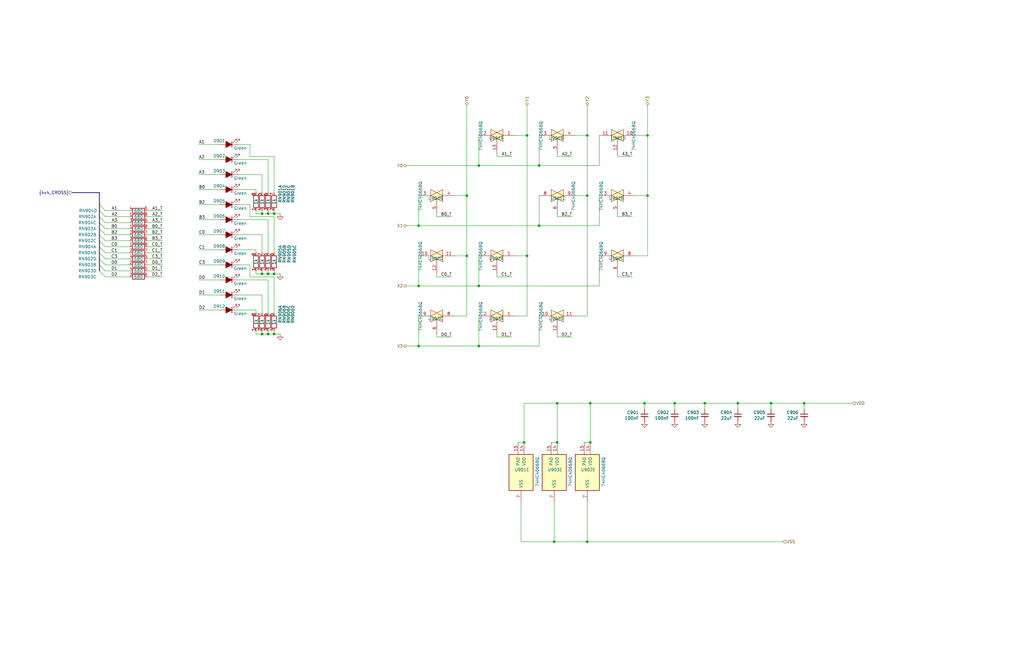
<source format=kicad_sch>
(kicad_sch (version 20250114) (generator "eeschema") (generator_version "9.0")
  (paper "B")
  (lib_symbols
    (symbol "Device:C_Small" (pin_numbers (hide yes)) (pin_names (offset 0.254) (hide yes))
      (property "Reference" "C" (at 0.254 1.778 0))
      (property "Value" "C_Small" (at 0.254 -2.032 0))
      (symbol "C_Small_0_1"
        (polyline (pts (xy -1.524 0.508) (xy 1.524 0.508)) (stroke (width 0.3048)))
        (polyline (pts (xy -1.524 -0.508) (xy 1.524 -0.508)) (stroke (width 0.3302)))
      )
      (symbol "C_Small_1_1"
        (pin passive line (at 0 2.54 270) (length 2.032) (name "~") (number "1"))
        (pin passive line (at 0 -2.54 90) (length 2.032) (name "~") (number "2"))
      )
    )
    (symbol "Device:LED_Filled" (pin_numbers (hide yes)) (pin_names (offset 1.016) (hide yes))
      (property "Reference" "D" (at 0 2.54 0))
      (property "Value" "LED_Filled" (at 0 -2.54 0))
      (symbol "LED_Filled_0_1"
        (polyline (pts (xy -3.048 -0.762) (xy -4.572 -2.286) (xy -3.81 -2.286) (xy -4.572 -2.286) (xy -4.572 -1.524)))
        (polyline (pts (xy -1.778 -0.762) (xy -3.302 -2.286) (xy -2.54 -2.286) (xy -3.302 -2.286) (xy -3.302 -1.524)))
        (polyline (pts (xy -1.27 0) (xy 1.27 0)))
        (polyline (pts (xy -1.27 -1.27) (xy -1.27 1.27)) (stroke (width 0.254)))
        (polyline (pts (xy 1.27 -1.27) (xy 1.27 1.27) (xy -1.27 0) (xy 1.27 -1.27)) (stroke (width 0.254)) (fill (type outline)))
      )
      (symbol "LED_Filled_1_1"
        (pin passive line (at -3.81 0 0) (length 2.54) (name "K") (number "1"))
        (pin passive line (at 3.81 0 180) (length 2.54) (name "A") (number "2"))
      )
    )
    (symbol "Libraries:74HC4066BQ" (pin_names (offset 1.016))
      (property "Reference" "U102" (at -2.794 1.1543 0))
      (property "Value" "74HC4066BQ" (at 6.858 -6.096 90))
      (symbol "74HC4066BQ_1_0"
        (polyline (pts (xy -2.54 2.54) (xy 2.54 0) (xy -2.54 -2.54) (xy -2.54 2.54)) (fill (type background)))
        (polyline (pts (xy -2.54 0) (xy 2.54 2.54) (xy 2.54 -2.54) (xy -2.54 0)) (fill (type background)))
        (polyline (pts (xy 0 1.27) (xy 0 2.54)) (stroke (width 0.1524)))
        (pin passive line (at -7.62 0 0) (length 5.08) (name "~") (number "1"))
        (pin input line (at 0 7.62 270) (length 5.08) (name "~") (number "13"))
        (pin passive line (at 7.62 0 180) (length 5.08) (name "~") (number "2"))
      )
      (symbol "74HC4066BQ_2_0"
        (polyline (pts (xy -2.54 2.54) (xy 2.54 0) (xy -2.54 -2.54) (xy -2.54 2.54)) (fill (type background)))
        (polyline (pts (xy -2.54 0) (xy 2.54 2.54) (xy 2.54 -2.54) (xy -2.54 0)) (fill (type background)))
        (polyline (pts (xy 0 1.27) (xy 0 2.54)) (stroke (width 0.1524)))
        (pin passive line (at -7.62 0 0) (length 5.08) (name "~") (number "4"))
        (pin input line (at 0 7.62 270) (length 5.08) (name "~") (number "5"))
        (pin passive line (at 7.62 0 180) (length 5.08) (name "~") (number "3"))
      )
      (symbol "74HC4066BQ_3_0"
        (polyline (pts (xy -2.54 2.54) (xy 2.54 0) (xy -2.54 -2.54) (xy -2.54 2.54)) (fill (type background)))
        (polyline (pts (xy -2.54 0) (xy 2.54 2.54) (xy 2.54 -2.54) (xy -2.54 0)) (fill (type background)))
        (polyline (pts (xy 0 1.27) (xy 0 2.54)) (stroke (width 0.1524)))
        (pin passive line (at -7.62 0 0) (length 5.08) (name "~") (number "8"))
        (pin input line (at 0 7.62 270) (length 5.08) (name "~") (number "6"))
        (pin passive line (at 7.62 0 180) (length 5.08) (name "~") (number "9"))
      )
      (symbol "74HC4066BQ_4_0"
        (polyline (pts (xy -2.54 2.54) (xy 2.54 0) (xy -2.54 -2.54) (xy -2.54 2.54)) (fill (type background)))
        (polyline (pts (xy -2.54 0) (xy 2.54 2.54) (xy 2.54 -2.54) (xy -2.54 0)) (fill (type background)))
        (polyline (pts (xy 0 1.27) (xy 0 2.54)) (stroke (width 0.1524)))
        (pin passive line (at -7.62 0 0) (length 5.08) (name "~") (number "11"))
        (pin input line (at 0 7.62 270) (length 5.08) (name "~") (number "12"))
        (pin passive line (at 7.62 0 180) (length 5.08) (name "~") (number "10"))
      )
      (symbol "74HC4066BQ_5_0"
        (pin power_in line (at -1.27 12.7 270) (length 5.08) (name "PAD") (number "15"))
        (pin power_in line (at 0 -12.7 90) (length 5.08) (name "VSS") (number "7"))
        (pin power_in line (at 1.27 12.7 270) (length 5.08) (name "VDD") (number "14"))
      )
      (symbol "74HC4066BQ_5_1"
        (rectangle (start -5.08 7.62) (end 5.08 -7.62) (stroke (width 0.254)) (fill (type background)))
      )
    )
    (symbol "Libraries:R_Network04_Split" (pin_names (offset 0) (hide yes))
      (property "Reference" "RN" (at 2.032 0 90))
      (property "Value" "47k" (at 0 0 90))
      (symbol "R_Network04_Split_0_1"
        (rectangle (start 1.016 2.54) (end -1.016 -2.54) (stroke (width 0.254)))
      )
      (symbol "R_Network04_Split_1_1"
        (pin passive line (at 0 3.81 270) (length 1.27) (name "8") (number "8"))
        (pin passive line (at 0 -3.81 90) (length 1.27) (name "4") (number "1"))
      )
      (symbol "R_Network04_Split_2_1"
        (pin passive line (at 0 3.81 270) (length 1.27) (name "5") (number "7"))
        (pin passive line (at 0 -3.81 90) (length 1.27) (name "2") (number "2"))
      )
      (symbol "R_Network04_Split_3_1"
        (pin passive line (at 0 3.81 270) (length 1.27) (name "6") (number "6"))
        (pin passive line (at 0 -3.81 90) (length 1.27) (name "3") (number "3"))
      )
      (symbol "R_Network04_Split_4_1"
        (pin passive line (at 0 3.81 270) (length 1.27) (name "5") (number "5"))
        (pin passive line (at 0 -3.81 90) (length 1.27) (name "4") (number "4"))
      )
    )
    (symbol "power:GND" (power) (pin_numbers (hide yes)) (pin_names (offset 0) (hide yes))
      (property "Value" "GND" (at 0 -3.81 0))
      (symbol "GND_0_1"
        (polyline (pts (xy 0 0) (xy 0 -1.27) (xy 1.27 -1.27) (xy 0 -2.54) (xy -1.27 -1.27) (xy 0 -1.27)))
      )
      (symbol "GND_1_1"
        (pin power_in line (at 0 0 270) (length 0) (name "~") (number "1"))
      )
    )
  )
  (bus_alias "4x4_CROSS" (members "A1" "A2" "A3" "B0" "B2" "B3" "C0" "C1" "C3" "D0" "D1" "D2"))
  (junction (at 248.92 186.69))
  (junction (at 110.49 90.17))
  (junction (at 115.57 140.97))
  (junction (at 233.68 228.6))
  (junction (at 234.95 186.69))
  (junction (at 247.65 228.6))
  (junction (at 339.09 170.18))
  (junction (at 325.12 170.18))
  (junction (at 201.93 146.05))
  (junction (at 247.65 57.15))
  (junction (at 201.93 69.85))
  (junction (at 196.85 107.95))
  (junction (at 110.49 140.97))
  (junction (at 297.18 170.18))
  (junction (at 234.95 170.18))
  (junction (at 115.57 115.57))
  (junction (at 248.92 170.18))
  (junction (at 201.93 120.65))
  (junction (at 222.25 107.95))
  (junction (at 222.25 57.15))
  (junction (at 176.53 120.65))
  (junction (at 271.78 170.18))
  (junction (at 227.33 95.25))
  (junction (at 113.03 140.97))
  (junction (at 115.57 90.17))
  (junction (at 227.33 69.85))
  (junction (at 176.53 146.05))
  (junction (at 110.49 115.57))
  (junction (at 113.03 90.17))
  (junction (at 113.03 115.57))
  (junction (at 176.53 95.25))
  (junction (at 273.05 57.15))
  (junction (at 220.98 186.69))
  (junction (at 247.65 82.55))
  (junction (at 196.85 82.55))
  (junction (at 284.48 170.18))
  (junction (at 273.05 82.55))
  (junction (at 311.15 170.18))
  (bus_entry (at 41.91 101.6) (size 2.54 2.54))
  (bus_entry (at 41.91 114.3) (size 2.54 2.54))
  (bus_entry (at 41.91 111.76) (size 2.54 2.54))
  (bus_entry (at 41.91 96.52) (size 2.54 2.54))
  (bus_entry (at 41.91 91.44) (size 2.54 2.54))
  (bus_entry (at 41.91 88.9) (size 2.54 2.54))
  (bus_entry (at 41.91 86.36) (size 2.54 2.54))
  (bus_entry (at 41.91 99.06) (size 2.54 2.54))
  (bus_entry (at 41.91 93.98) (size 2.54 2.54))
  (bus_entry (at 41.91 106.68) (size 2.54 2.54))
  (bus_entry (at 41.91 104.14) (size 2.54 2.54))
  (bus_entry (at 41.91 109.22) (size 2.54 2.54))
  (wire (pts (xy 107.95 80.01) (xy 100.33 80.01)))
  (wire (pts (xy 233.68 228.6) (xy 219.71 228.6)))
  (wire (pts (xy 234.95 91.44) (xy 241.3 91.44)))
  (wire (pts (xy 62.23 88.9) (xy 68.58 88.9)))
  (wire (pts (xy 54.61 114.3) (xy 44.45 114.3)))
  (wire (pts (xy 107.95 130.81) (xy 100.33 130.81)))
  (wire (pts (xy 218.44 186.69) (xy 220.98 186.69)))
  (wire (pts (xy 311.15 170.18) (xy 325.12 170.18)))
  (wire (pts (xy 115.57 90.17) (xy 113.03 90.17)))
  (bus (pts (xy 41.91 81.28) (xy 30.48 81.28)))
  (wire (pts (xy 227.33 133.35) (xy 227.33 146.05)))
  (wire (pts (xy 83.82 60.96) (xy 92.71 60.96)))
  (wire (pts (xy 54.61 104.14) (xy 44.45 104.14)))
  (wire (pts (xy 247.65 57.15) (xy 247.65 82.55)))
  (wire (pts (xy 234.95 91.44) (xy 234.95 90.17)))
  (wire (pts (xy 191.77 107.95) (xy 196.85 107.95)))
  (wire (pts (xy 62.23 114.3) (xy 68.58 114.3)))
  (wire (pts (xy 191.77 82.55) (xy 196.85 82.55)))
  (wire (pts (xy 54.61 93.98) (xy 44.45 93.98)))
  (wire (pts (xy 54.61 111.76) (xy 44.45 111.76)))
  (wire (pts (xy 273.05 82.55) (xy 273.05 107.95)))
  (wire (pts (xy 220.98 170.18) (xy 234.95 170.18)))
  (wire (pts (xy 62.23 93.98) (xy 68.58 93.98)))
  (wire (pts (xy 201.93 107.95) (xy 201.93 120.65)))
  (wire (pts (xy 107.95 140.97) (xy 107.95 139.7)))
  (wire (pts (xy 176.53 120.65) (xy 201.93 120.65)))
  (wire (pts (xy 115.57 88.9) (xy 115.57 90.17)))
  (wire (pts (xy 83.82 111.76) (xy 92.71 111.76)))
  (wire (pts (xy 273.05 57.15) (xy 273.05 82.55)))
  (wire (pts (xy 233.68 228.6) (xy 247.65 228.6)))
  (wire (pts (xy 113.03 90.17) (xy 110.49 90.17)))
  (wire (pts (xy 196.85 44.45) (xy 196.85 82.55)))
  (bus (pts (xy 41.91 93.98) (xy 41.91 96.52)))
  (wire (pts (xy 171.45 69.85) (xy 201.93 69.85)))
  (wire (pts (xy 113.03 139.7) (xy 113.03 140.97)))
  (wire (pts (xy 113.03 114.3) (xy 113.03 115.57)))
  (wire (pts (xy 176.53 95.25) (xy 227.33 95.25)))
  (wire (pts (xy 107.95 105.41) (xy 100.33 105.41)))
  (wire (pts (xy 242.57 133.35) (xy 247.65 133.35)))
  (wire (pts (xy 113.03 106.68) (xy 113.03 92.71)))
  (wire (pts (xy 113.03 115.57) (xy 110.49 115.57)))
  (wire (pts (xy 209.55 116.84) (xy 209.55 115.57)))
  (wire (pts (xy 201.93 69.85) (xy 227.33 69.85)))
  (wire (pts (xy 184.15 142.24) (xy 190.5 142.24)))
  (wire (pts (xy 284.48 170.18) (xy 297.18 170.18)))
  (wire (pts (xy 227.33 95.25) (xy 252.73 95.25)))
  (wire (pts (xy 260.35 91.44) (xy 266.7 91.44)))
  (wire (pts (xy 232.41 186.69) (xy 234.95 186.69)))
  (wire (pts (xy 227.33 82.55) (xy 227.33 95.25)))
  (bus (pts (xy 41.91 86.36) (xy 41.91 88.9)))
  (wire (pts (xy 267.97 82.55) (xy 273.05 82.55)))
  (wire (pts (xy 62.23 91.44) (xy 68.58 91.44)))
  (wire (pts (xy 297.18 170.18) (xy 297.18 172.72)))
  (wire (pts (xy 115.57 81.28) (xy 115.57 66.04)))
  (wire (pts (xy 234.95 66.04) (xy 241.3 66.04)))
  (wire (pts (xy 217.17 133.35) (xy 222.25 133.35)))
  (wire (pts (xy 209.55 142.24) (xy 209.55 140.97)))
  (wire (pts (xy 201.93 120.65) (xy 252.73 120.65)))
  (wire (pts (xy 110.49 115.57) (xy 107.95 115.57)))
  (wire (pts (xy 325.12 170.18) (xy 325.12 172.72)))
  (wire (pts (xy 284.48 172.72) (xy 284.48 170.18)))
  (wire (pts (xy 115.57 140.97) (xy 113.03 140.97)))
  (wire (pts (xy 115.57 116.84) (xy 105.41 116.84)))
  (wire (pts (xy 209.55 116.84) (xy 215.9 116.84)))
  (wire (pts (xy 115.57 66.04) (xy 105.41 66.04)))
  (wire (pts (xy 325.12 170.18) (xy 339.09 170.18)))
  (wire (pts (xy 83.82 124.46) (xy 92.71 124.46)))
  (wire (pts (xy 260.35 66.04) (xy 266.7 66.04)))
  (wire (pts (xy 115.57 115.57) (xy 113.03 115.57)))
  (wire (pts (xy 118.11 140.97) (xy 115.57 140.97)))
  (wire (pts (xy 260.35 116.84) (xy 266.7 116.84)))
  (wire (pts (xy 113.03 81.28) (xy 113.03 67.31)))
  (wire (pts (xy 176.53 146.05) (xy 201.93 146.05)))
  (wire (pts (xy 110.49 81.28) (xy 110.49 73.66)))
  (wire (pts (xy 191.77 133.35) (xy 196.85 133.35)))
  (wire (pts (xy 234.95 66.04) (xy 234.95 64.77)))
  (wire (pts (xy 201.93 133.35) (xy 201.93 146.05)))
  (wire (pts (xy 171.45 120.65) (xy 176.53 120.65)))
  (wire (pts (xy 107.95 132.08) (xy 107.95 130.81)))
  (wire (pts (xy 267.97 107.95) (xy 273.05 107.95)))
  (wire (pts (xy 54.61 88.9) (xy 44.45 88.9)))
  (wire (pts (xy 83.82 80.01) (xy 92.71 80.01)))
  (wire (pts (xy 62.23 104.14) (xy 68.58 104.14)))
  (wire (pts (xy 227.33 69.85) (xy 252.73 69.85)))
  (wire (pts (xy 113.03 88.9) (xy 113.03 90.17)))
  (wire (pts (xy 252.73 57.15) (xy 252.73 69.85)))
  (wire (pts (xy 217.17 107.95) (xy 222.25 107.95)))
  (wire (pts (xy 83.82 118.11) (xy 92.71 118.11)))
  (wire (pts (xy 201.93 57.15) (xy 201.93 69.85)))
  (bus (pts (xy 41.91 106.68) (xy 41.91 109.22)))
  (wire (pts (xy 83.82 73.66) (xy 92.71 73.66)))
  (wire (pts (xy 105.41 66.04) (xy 105.41 60.96)))
  (wire (pts (xy 246.38 186.69) (xy 248.92 186.69)))
  (wire (pts (xy 184.15 116.84) (xy 190.5 116.84)))
  (wire (pts (xy 252.73 107.95) (xy 252.73 120.65)))
  (wire (pts (xy 260.35 66.04) (xy 260.35 64.77)))
  (wire (pts (xy 260.35 116.84) (xy 260.35 115.57)))
  (wire (pts (xy 227.33 57.15) (xy 227.33 69.85)))
  (wire (pts (xy 83.82 92.71) (xy 92.71 92.71)))
  (wire (pts (xy 110.49 114.3) (xy 110.49 115.57)))
  (wire (pts (xy 115.57 114.3) (xy 115.57 115.57)))
  (wire (pts (xy 110.49 132.08) (xy 110.49 124.46)))
  (wire (pts (xy 273.05 44.45) (xy 273.05 57.15)))
  (wire (pts (xy 271.78 170.18) (xy 271.78 172.72)))
  (wire (pts (xy 209.55 66.04) (xy 209.55 64.77)))
  (wire (pts (xy 62.23 96.52) (xy 68.58 96.52)))
  (bus (pts (xy 41.91 91.44) (xy 41.91 93.98)))
  (wire (pts (xy 234.95 170.18) (xy 234.95 186.69)))
  (wire (pts (xy 113.03 92.71) (xy 100.33 92.71)))
  (wire (pts (xy 184.15 116.84) (xy 184.15 115.57)))
  (wire (pts (xy 176.53 133.35) (xy 176.53 146.05)))
  (wire (pts (xy 54.61 101.6) (xy 44.45 101.6)))
  (wire (pts (xy 209.55 66.04) (xy 215.9 66.04)))
  (wire (pts (xy 110.49 73.66) (xy 100.33 73.66)))
  (wire (pts (xy 184.15 142.24) (xy 184.15 140.97)))
  (bus (pts (xy 41.91 86.36) (xy 41.91 81.28)))
  (wire (pts (xy 54.61 91.44) (xy 44.45 91.44)))
  (wire (pts (xy 339.09 170.18) (xy 359.41 170.18)))
  (wire (pts (xy 271.78 170.18) (xy 284.48 170.18)))
  (wire (pts (xy 44.45 106.68) (xy 54.61 106.68)))
  (wire (pts (xy 201.93 146.05) (xy 227.33 146.05)))
  (wire (pts (xy 222.25 44.45) (xy 222.25 57.15)))
  (wire (pts (xy 113.03 118.11) (xy 100.33 118.11)))
  (wire (pts (xy 184.15 91.44) (xy 190.5 91.44)))
  (wire (pts (xy 105.41 91.44) (xy 105.41 86.36)))
  (wire (pts (xy 196.85 82.55) (xy 196.85 107.95)))
  (wire (pts (xy 107.95 106.68) (xy 107.95 105.41)))
  (wire (pts (xy 222.25 107.95) (xy 222.25 133.35)))
  (wire (pts (xy 171.45 146.05) (xy 176.53 146.05)))
  (bus (pts (xy 41.91 111.76) (xy 41.91 114.3)))
  (bus (pts (xy 41.91 88.9) (xy 41.91 91.44)))
  (wire (pts (xy 62.23 116.84) (xy 68.58 116.84)))
  (wire (pts (xy 54.61 116.84) (xy 44.45 116.84)))
  (wire (pts (xy 248.92 170.18) (xy 248.92 186.69)))
  (bus (pts (xy 41.91 99.06) (xy 41.91 101.6)))
  (wire (pts (xy 184.15 91.44) (xy 184.15 90.17)))
  (wire (pts (xy 107.95 115.57) (xy 107.95 114.3)))
  (wire (pts (xy 267.97 57.15) (xy 273.05 57.15)))
  (wire (pts (xy 234.95 142.24) (xy 234.95 140.97)))
  (wire (pts (xy 62.23 106.68) (xy 68.58 106.68)))
  (wire (pts (xy 176.53 107.95) (xy 176.53 120.65)))
  (bus (pts (xy 41.91 104.14) (xy 41.91 106.68)))
  (wire (pts (xy 110.49 88.9) (xy 110.49 90.17)))
  (wire (pts (xy 247.65 44.45) (xy 247.65 57.15)))
  (wire (pts (xy 105.41 60.96) (xy 100.33 60.96)))
  (wire (pts (xy 115.57 106.68) (xy 115.57 91.44)))
  (wire (pts (xy 105.41 86.36) (xy 100.33 86.36)))
  (wire (pts (xy 196.85 107.95) (xy 196.85 133.35)))
  (wire (pts (xy 110.49 139.7) (xy 110.49 140.97)))
  (wire (pts (xy 113.03 140.97) (xy 110.49 140.97)))
  (wire (pts (xy 83.82 105.41) (xy 92.71 105.41)))
  (wire (pts (xy 83.82 86.36) (xy 92.71 86.36)))
  (wire (pts (xy 83.82 67.31) (xy 92.71 67.31)))
  (wire (pts (xy 233.68 228.6) (xy 233.68 212.09)))
  (wire (pts (xy 297.18 170.18) (xy 311.15 170.18)))
  (wire (pts (xy 115.57 139.7) (xy 115.57 140.97)))
  (wire (pts (xy 105.41 116.84) (xy 105.41 111.76)))
  (wire (pts (xy 234.95 170.18) (xy 248.92 170.18)))
  (wire (pts (xy 217.17 57.15) (xy 222.25 57.15)))
  (wire (pts (xy 339.09 170.18) (xy 339.09 172.72)))
  (wire (pts (xy 247.65 228.6) (xy 330.2 228.6)))
  (wire (pts (xy 54.61 99.06) (xy 44.45 99.06)))
  (wire (pts (xy 252.73 82.55) (xy 252.73 95.25)))
  (wire (pts (xy 62.23 99.06) (xy 68.58 99.06)))
  (wire (pts (xy 247.65 82.55) (xy 247.65 133.35)))
  (wire (pts (xy 54.61 96.52) (xy 44.45 96.52)))
  (wire (pts (xy 83.82 99.06) (xy 92.71 99.06)))
  (wire (pts (xy 118.11 90.17) (xy 115.57 90.17)))
  (wire (pts (xy 62.23 101.6) (xy 68.58 101.6)))
  (wire (pts (xy 105.41 111.76) (xy 100.33 111.76)))
  (wire (pts (xy 113.03 132.08) (xy 113.03 118.11)))
  (wire (pts (xy 220.98 170.18) (xy 220.98 186.69)))
  (wire (pts (xy 107.95 90.17) (xy 107.95 88.9)))
  (wire (pts (xy 62.23 109.22) (xy 68.58 109.22)))
  (wire (pts (xy 248.92 170.18) (xy 271.78 170.18)))
  (wire (pts (xy 118.11 115.57) (xy 115.57 115.57)))
  (wire (pts (xy 110.49 99.06) (xy 100.33 99.06)))
  (wire (pts (xy 219.71 228.6) (xy 219.71 212.09)))
  (bus (pts (xy 41.91 96.52) (xy 41.91 99.06)))
  (wire (pts (xy 62.23 111.76) (xy 68.58 111.76)))
  (wire (pts (xy 110.49 140.97) (xy 107.95 140.97)))
  (wire (pts (xy 110.49 90.17) (xy 107.95 90.17)))
  (wire (pts (xy 242.57 57.15) (xy 247.65 57.15)))
  (wire (pts (xy 54.61 109.22) (xy 44.45 109.22)))
  (wire (pts (xy 115.57 91.44) (xy 105.41 91.44)))
  (bus (pts (xy 41.91 101.6) (xy 41.91 104.14)))
  (wire (pts (xy 222.25 57.15) (xy 222.25 107.95)))
  (wire (pts (xy 107.95 81.28) (xy 107.95 80.01)))
  (wire (pts (xy 260.35 91.44) (xy 260.35 90.17)))
  (wire (pts (xy 209.55 142.24) (xy 215.9 142.24)))
  (wire (pts (xy 115.57 132.08) (xy 115.57 116.84)))
  (wire (pts (xy 247.65 228.6) (xy 247.65 212.09)))
  (wire (pts (xy 311.15 170.18) (xy 311.15 172.72)))
  (wire (pts (xy 171.45 95.25) (xy 176.53 95.25)))
  (wire (pts (xy 113.03 67.31) (xy 100.33 67.31)))
  (wire (pts (xy 110.49 124.46) (xy 100.33 124.46)))
  (wire (pts (xy 234.95 142.24) (xy 241.3 142.24)))
  (wire (pts (xy 110.49 106.68) (xy 110.49 99.06)))
  (wire (pts (xy 242.57 82.55) (xy 247.65 82.55)))
  (wire (pts (xy 83.82 130.81) (xy 92.71 130.81)))
  (wire (pts (xy 176.53 82.55) (xy 176.53 95.25)))
  (bus (pts (xy 41.91 109.22) (xy 41.91 111.76)))
  (label "A2" (at 49.53 91.44 180))
  (label "D1" (at 83.82 124.46 0))
  (label "A1" (at 83.82 60.96 0))
  (label "D0_T" (at 190.5 142.24 180))
  (label "C0_T" (at 190.5 116.84 180))
  (label "D1_T" (at 68.58 114.3 180))
  (label "D0" (at 49.5251 111.76 180))
  (label "C3_T" (at 68.58 109.22 180))
  (label "D1" (at 49.53 114.3 180))
  (label "C3" (at 49.53 109.22 180))
  (label "A3_T" (at 68.58 93.98 180))
  (label "C0_T" (at 68.58 104.14 180))
  (label "C0" (at 49.53 104.14 180))
  (label "D0_T" (at 68.58 111.76 180))
  (label "B3" (at 49.53 101.6 180))
  (label "D1_T" (at 215.9 142.24 180))
  (label "C3_T" (at 266.7 116.84 180))
  (label "C1_T" (at 68.58 106.68 180))
  (label "B2_T" (at 241.3 91.44 180))
  (label "B0_T" (at 68.58 96.52 180))
  (label "B3_T" (at 68.58 101.6 180))
  (label "A3" (at 83.82 73.66 0))
  (label "C1" (at 83.82 105.41 0))
  (label "A2_T" (at 241.3 66.04 180))
  (label "C3" (at 83.82 111.76 0))
  (label "A1_T" (at 215.9 66.04 180))
  (label "D2_T" (at 68.58 116.84 180))
  (label "B0" (at 83.82 80.01 0))
  (label "B3" (at 83.82 92.71 0))
  (label "D2" (at 49.53 116.84 180))
  (label "D0" (at 83.82 118.11 0))
  (label "B0_T" (at 190.5 91.44 180))
  (label "D2" (at 83.82 130.81 0))
  (label "C1" (at 49.53 106.68 180))
  (label "B2" (at 49.53 99.06 180))
  (label "B2" (at 83.82 86.36 0))
  (label "B0" (at 49.53 96.52 180))
  (label "D2_T" (at 241.3 142.24 180))
  (label "C0" (at 83.82 99.06 0))
  (label "A2" (at 83.82 67.31 0))
  (label "A2_T" (at 68.58 91.44 180))
  (label "A1" (at 49.53 88.9 180))
  (label "A3_T" (at 266.7 66.04 180))
  (label "B2_T" (at 68.58 99.06 180))
  (label "A1_T" (at 68.58 88.9 180))
  (label "C1_T" (at 215.9 116.84 180))
  (label "A3" (at 49.53 93.98 180))
  (label "B3_T" (at 266.7 91.44 180))
  (hierarchical_label "VSS" (shape input) (at 330.2 228.6 0))
  (hierarchical_label "Y0" (shape bidirectional) (at 196.85 44.45 90))
  (hierarchical_label "VDD" (shape input) (at 359.41 170.18 0))
  (hierarchical_label "Y3" (shape bidirectional) (at 273.05 44.45 90))
  (hierarchical_label "Y2" (shape bidirectional) (at 247.65 44.45 90))
  (hierarchical_label "X3" (shape bidirectional) (at 171.45 146.05 180))
  (hierarchical_label "Y1" (shape bidirectional) (at 222.25 44.45 90))
  (hierarchical_label "X2" (shape bidirectional) (at 171.45 120.65 180))
  (hierarchical_label "{4x4_CROSS}" (shape input) (at 30.48 81.28 180))
  (hierarchical_label "X1" (shape bidirectional) (at 171.45 95.25 180))
  (hierarchical_label "X0" (shape bidirectional) (at 171.45 69.85 180))
  (symbol (lib_id "Device:LED_Filled") (at 96.52 105.41 180) (unit 1)
    (property "Reference" "D908" (at 94.996 103.886 0) (effects (justify left)))
    (property "Value" "Green" (at 98.552 106.934 0) (effects (justify right)))
    (property "Footprint" "Libraries:Worthington_LED_0603" (effects (hide yes)))
    (property "Description" "Light emitting diode, filled shape" (effects (hide yes)))
    (property "DigiKey Part Number" "732-5016-ND" (effects (hide yes)))
  )
  (symbol (lib_id "Libraries:74HC4066BQ") (at 184.15 133.35 180) (unit 3)
    (property "Reference" "U903" (at 186.944 134.5043 0) (effects (justify left)))
    (property "Value" "74HC4066BQ" (at 177.292 127.254 90) (effects (justify left)))
    (property "Footprint" "Libraries:QFN_104BQX_NEX" (effects (hide yes)))
    (property "Datasheet" "https://assets.nexperia.com/documents/data-sheet/74HC_HCT4066_Q100.pdf" (effects (hide yes)))
    (property "Description" "Quad SPST Analog Switches" (effects (hide yes)))
    (property "DigiKey" "https://www.digikey.com/en/products/detail/nexperia-usa-inc/74HC4066BQ-Q100-11/3678895" (effects (hide yes)))
  )
  (symbol (lib_id "power:GND") (at 284.48 177.8 0) (mirror y) (unit 1)
    (property "Reference" "#PWR0905" (effects (hide yes)))
    (property "Value" "GND" (effects (hide yes)))
    (property "Description" "Power symbol creates a global label with name \"GND\" , ground" (effects (hide yes)))
  )
  (symbol (lib_id "Device:C_Small") (at 271.78 175.26 0) (mirror y) (unit 1)
    (property "Reference" "C901" (at 269.4559 174.0541 0) (effects (justify left)))
    (property "Value" "100nF" (at 269.4559 176.4784 0) (effects (justify left)))
    (property "Footprint" "Libraries:Worthington_C_0402" (effects (hide yes)))
    (property "Description" "Unpolarized capacitor, small symbol" (effects (hide yes)))
  )
  (symbol (lib_id "Libraries:R_Network04_Split") (at 58.42 106.68 270) (mirror x) (unit 2)
    (property "Reference" "RN904" (at 36.83 106.68 90))
    (property "Value" "680" (at 58.42 106.68 90))
    (property "Footprint" "Libraries:RES_ARRAY_4RES_0804" (effects (hide yes)))
    (property "Datasheet" "http://www.vishay.com/docs/31509/csc.pdf" (effects (hide yes)))
    (property "Description" "4 resistor network, star topology, bussed resistors, split" (effects (hide yes)))
  )
  (symbol (lib_id "Libraries:R_Network04_Split") (at 113.03 135.89 0) (unit 3)
    (property "Reference" "RN906" (at 121.666 132.588 90))
    (property "Value" "1k" (at 113.03 135.89 90))
    (property "Footprint" "Libraries:RES_ARRAY_4RES_0804" (effects (hide yes)))
    (property "Datasheet" "http://www.vishay.com/docs/31509/csc.pdf" (effects (hide yes)))
    (property "Description" "4 resistor network, star topology, bussed resistors, split" (effects (hide yes)))
  )
  (symbol (lib_id "Libraries:R_Network04_Split") (at 58.42 109.22 270) (mirror x) (unit 4)
    (property "Reference" "RN902" (at 36.83 109.22 90))
    (property "Value" "680" (at 58.42 109.22 90))
    (property "Footprint" "Libraries:RES_ARRAY_4RES_0804" (effects (hide yes)))
    (property "Datasheet" "http://www.vishay.com/docs/31509/csc.pdf" (effects (hide yes)))
    (property "Description" "4 resistor network, star topology, bussed resistors, split" (effects (hide yes)))
  )
  (symbol (lib_id "Libraries:74HC4066BQ") (at 184.15 107.95 180) (unit 4)
    (property "Reference" "U902" (at 186.944 109.1043 0) (effects (justify left)))
    (property "Value" "74HC4066BQ" (at 177.292 101.854 90) (effects (justify left)))
    (property "Footprint" "Libraries:QFN_104BQX_NEX" (effects (hide yes)))
    (property "Datasheet" "https://assets.nexperia.com/documents/data-sheet/74HC_HCT4066_Q100.pdf" (effects (hide yes)))
    (property "Description" "Quad SPST Analog Switches" (effects (hide yes)))
    (property "DigiKey" "https://www.digikey.com/en/products/detail/nexperia-usa-inc/74HC4066BQ-Q100-11/3678895" (effects (hide yes)))
  )
  (symbol (lib_id "Device:LED_Filled") (at 96.52 67.31 180) (unit 1)
    (property "Reference" "D902" (at 94.996 65.786 0) (effects (justify left)))
    (property "Value" "Green" (at 98.552 68.834 0) (effects (justify right)))
    (property "Footprint" "Libraries:Worthington_LED_0603" (effects (hide yes)))
    (property "Description" "Light emitting diode, filled shape" (effects (hide yes)))
    (property "DigiKey Part Number" "732-5016-ND" (effects (hide yes)))
  )
  (symbol (lib_id "power:GND") (at 311.15 177.8 0) (unit 1)
    (property "Reference" "#PWR0907" (effects (hide yes)))
    (property "Value" "GND" (effects (hide yes)))
    (property "Description" "Power symbol creates a global label with name \"GND\" , ground" (effects (hide yes)))
  )
  (symbol (lib_id "power:GND") (at 339.09 177.8 0) (unit 1)
    (property "Reference" "#PWR0909" (effects (hide yes)))
    (property "Value" "GND" (effects (hide yes)))
    (property "Description" "Power symbol creates a global label with name \"GND\" , ground" (effects (hide yes)))
  )
  (symbol (lib_id "Libraries:74HC4066BQ") (at 234.95 82.55 0) (mirror x) (unit 3)
    (property "Reference" "U901" (at 232.156 83.7043 0) (effects (justify left)))
    (property "Value" "74HC4066BQ" (at 241.808 76.454 90) (effects (justify left)))
    (property "Footprint" "Libraries:QFN_104BQX_NEX" (effects (hide yes)))
    (property "Datasheet" "https://assets.nexperia.com/documents/data-sheet/74HC_HCT4066_Q100.pdf" (effects (hide yes)))
    (property "Description" "Quad SPST Analog Switches" (effects (hide yes)))
    (property "DigiKey" "https://www.digikey.com/en/products/detail/nexperia-usa-inc/74HC4066BQ-Q100-11/3678895" (effects (hide yes)))
  )
  (symbol (lib_id "Libraries:R_Network04_Split") (at 110.49 85.09 0) (unit 4)
    (property "Reference" "RN901" (at 119.888 81.788 90))
    (property "Value" "1k" (at 110.49 85.09 90))
    (property "Footprint" "Libraries:RES_ARRAY_4RES_0804" (effects (hide yes)))
    (property "Datasheet" "http://www.vishay.com/docs/31509/csc.pdf" (effects (hide yes)))
    (property "Description" "4 resistor network, star topology, bussed resistors, split" (effects (hide yes)))
  )
  (symbol (lib_id "Device:LED_Filled") (at 96.52 111.76 180) (unit 1)
    (property "Reference" "D909" (at 94.996 110.236 0) (effects (justify left)))
    (property "Value" "Green" (at 98.552 113.284 0) (effects (justify right)))
    (property "Footprint" "Libraries:Worthington_LED_0603" (effects (hide yes)))
    (property "Description" "Light emitting diode, filled shape" (effects (hide yes)))
    (property "DigiKey Part Number" "732-5016-ND" (effects (hide yes)))
  )
  (symbol (lib_id "Libraries:74HC4066BQ") (at 234.95 57.15 180) (unit 2)
    (property "Reference" "U901" (at 237.744 58.3043 0) (effects (justify left)))
    (property "Value" "74HC4066BQ" (at 228.092 51.054 90) (effects (justify left)))
    (property "Footprint" "Libraries:QFN_104BQX_NEX" (effects (hide yes)))
    (property "Datasheet" "https://assets.nexperia.com/documents/data-sheet/74HC_HCT4066_Q100.pdf" (effects (hide yes)))
    (property "Description" "Quad SPST Analog Switches" (effects (hide yes)))
    (property "DigiKey" "https://www.digikey.com/en/products/detail/nexperia-usa-inc/74HC4066BQ-Q100-11/3678895" (effects (hide yes)))
  )
  (symbol (lib_id "Libraries:74HC4066BQ") (at 260.35 57.15 0) (mirror x) (unit 4)
    (property "Reference" "U901" (at 257.556 58.3043 0) (effects (justify left)))
    (property "Value" "74HC4066BQ" (at 267.208 51.054 90) (effects (justify left)))
    (property "Footprint" "Libraries:QFN_104BQX_NEX" (effects (hide yes)))
    (property "Datasheet" "https://assets.nexperia.com/documents/data-sheet/74HC_HCT4066_Q100.pdf" (effects (hide yes)))
    (property "Description" "Quad SPST Analog Switches" (effects (hide yes)))
    (property "DigiKey" "https://www.digikey.com/en/products/detail/nexperia-usa-inc/74HC4066BQ-Q100-11/3678895" (effects (hide yes)))
  )
  (symbol (lib_id "Device:LED_Filled") (at 96.52 60.96 180) (unit 1)
    (property "Reference" "D901" (at 94.996 59.436 0) (effects (justify left)))
    (property "Value" "Green" (at 98.552 62.484 0) (effects (justify right)))
    (property "Footprint" "Libraries:Worthington_LED_0603" (effects (hide yes)))
    (property "Description" "Light emitting diode, filled shape" (effects (hide yes)))
    (property "DigiKey Part Number" "732-5016-ND" (effects (hide yes)))
  )
  (symbol (lib_id "Libraries:74HC4066BQ") (at 247.65 199.39 0) (unit 5)
    (property "Reference" "U902" (at 244.856 198.2357 0) (effects (justify left)))
    (property "Value" "74HC4066BQ" (at 254.508 205.486 90) (effects (justify left)))
    (property "Footprint" "Libraries:QFN_104BQX_NEX" (effects (hide yes)))
    (property "Datasheet" "https://assets.nexperia.com/documents/data-sheet/74HC_HCT4066_Q100.pdf" (effects (hide yes)))
    (property "Description" "Quad SPST Analog Switches" (effects (hide yes)))
    (property "DigiKey" "https://www.digikey.com/en/products/detail/nexperia-usa-inc/74HC4066BQ-Q100-11/3678895" (effects (hide yes)))
  )
  (symbol (lib_id "power:GND") (at 271.78 177.8 0) (mirror y) (unit 1)
    (property "Reference" "#PWR0904" (effects (hide yes)))
    (property "Value" "GND" (effects (hide yes)))
    (property "Description" "Power symbol creates a global label with name \"GND\" , ground" (effects (hide yes)))
  )
  (symbol (lib_id "Libraries:74HC4066BQ") (at 209.55 57.15 180) (unit 1)
    (property "Reference" "U901" (at 212.344 58.3043 0) (effects (justify left)))
    (property "Value" "74HC4066BQ" (at 202.692 51.054 90) (effects (justify left)))
    (property "Footprint" "Libraries:QFN_104BQX_NEX" (effects (hide yes)))
    (property "Datasheet" "https://assets.nexperia.com/documents/data-sheet/74HC_HCT4066_Q100.pdf" (effects (hide yes)))
    (property "Description" "Quad SPST Analog Switches" (effects (hide yes)))
    (property "DigiKey" "https://www.digikey.com/en/products/detail/nexperia-usa-inc/74HC4066BQ-Q100-11/3678895" (effects (hide yes)))
  )
  (symbol (lib_id "Libraries:R_Network04_Split") (at 115.57 135.89 0) (unit 4)
    (property "Reference" "RN906" (at 123.444 132.588 90))
    (property "Value" "1k" (at 115.57 135.89 90))
    (property "Footprint" "Libraries:RES_ARRAY_4RES_0804" (effects (hide yes)))
    (property "Datasheet" "http://www.vishay.com/docs/31509/csc.pdf" (effects (hide yes)))
    (property "Description" "4 resistor network, star topology, bussed resistors, split" (effects (hide yes)))
  )
  (symbol (lib_id "Libraries:74HC4066BQ") (at 260.35 82.55 180) (unit 2)
    (property "Reference" "U902" (at 263.144 83.7043 0) (effects (justify left)))
    (property "Value" "74HC4066BQ" (at 253.492 76.454 90) (effects (justify left)))
    (property "Footprint" "Libraries:QFN_104BQX_NEX" (effects (hide yes)))
    (property "Datasheet" "https://assets.nexperia.com/documents/data-sheet/74HC_HCT4066_Q100.pdf" (effects (hide yes)))
    (property "Description" "Quad SPST Analog Switches" (effects (hide yes)))
    (property "DigiKey" "https://www.digikey.com/en/products/detail/nexperia-usa-inc/74HC4066BQ-Q100-11/3678895" (effects (hide yes)))
  )
  (symbol (lib_id "Libraries:R_Network04_Split") (at 113.03 85.09 0) (unit 3)
    (property "Reference" "RN901" (at 121.666 81.788 90))
    (property "Value" "1k" (at 113.03 85.09 90))
    (property "Footprint" "Libraries:RES_ARRAY_4RES_0804" (effects (hide yes)))
    (property "Datasheet" "http://www.vishay.com/docs/31509/csc.pdf" (effects (hide yes)))
    (property "Description" "4 resistor network, star topology, bussed resistors, split" (effects (hide yes)))
  )
  (symbol (lib_id "power:GND") (at 118.11 140.97 0) (unit 1)
    (property "Reference" "#PWR0903" (effects (hide yes)))
    (property "Value" "GND" (effects (hide yes)))
    (property "Description" "Power symbol creates a global label with name \"GND\" , ground" (effects (hide yes)))
  )
  (symbol (lib_id "Libraries:R_Network04_Split") (at 113.03 110.49 0) (unit 4)
    (property "Reference" "RN905" (at 121.92 107.188 90))
    (property "Value" "1k" (at 113.03 110.49 90))
    (property "Footprint" "Libraries:RES_ARRAY_4RES_0804" (effects (hide yes)))
    (property "Datasheet" "http://www.vishay.com/docs/31509/csc.pdf" (effects (hide yes)))
    (property "Description" "4 resistor network, star topology, bussed resistors, split" (effects (hide yes)))
  )
  (symbol (lib_id "Libraries:R_Network04_Split") (at 107.95 85.09 0) (mirror y) (unit 1)
    (property "Reference" "RN901" (at 118.11 81.788 90))
    (property "Value" "1k" (at 107.95 85.09 90))
    (property "Footprint" "Libraries:RES_ARRAY_4RES_0804" (effects (hide yes)))
    (property "Datasheet" "http://www.vishay.com/docs/31509/csc.pdf" (effects (hide yes)))
    (property "Description" "4 resistor network, star topology, bussed resistors, split" (effects (hide yes)))
  )
  (symbol (lib_id "Device:C_Small") (at 311.15 175.26 0) (unit 1)
    (property "Reference" "C904" (at 308.8259 174.0541 0) (effects (justify right)))
    (property "Value" "22uF" (at 308.8259 176.4784 0) (effects (justify right)))
    (property "Footprint" "Libraries:Worthington_C_0603" (effects (hide yes)))
    (property "Description" "Unpolarized capacitor, small symbol" (effects (hide yes)))
  )
  (symbol (lib_id "Libraries:R_Network04_Split") (at 115.57 110.49 0) (unit 3)
    (property "Reference" "RN905" (at 124.206 107.188 90))
    (property "Value" "1k" (at 115.57 110.49 90))
    (property "Footprint" "Libraries:RES_ARRAY_4RES_0804" (effects (hide yes)))
    (property "Datasheet" "http://www.vishay.com/docs/31509/csc.pdf" (effects (hide yes)))
    (property "Description" "4 resistor network, star topology, bussed resistors, split" (effects (hide yes)))
  )
  (symbol (lib_id "power:GND") (at 118.11 90.17 0) (unit 1)
    (property "Reference" "#PWR0901" (effects (hide yes)))
    (property "Value" "GND" (effects (hide yes)))
    (property "Description" "Power symbol creates a global label with name \"GND\" , ground" (effects (hide yes)))
  )
  (symbol (lib_id "Libraries:R_Network04_Split") (at 58.42 96.52 270) (mirror x) (unit 1)
    (property "Reference" "RN903" (at 36.83 96.52 90))
    (property "Value" "680" (at 58.42 96.52 90))
    (property "Footprint" "Libraries:RES_ARRAY_4RES_0804" (effects (hide yes)))
    (property "Datasheet" "http://www.vishay.com/docs/31509/csc.pdf" (effects (hide yes)))
    (property "Description" "4 resistor network, star topology, bussed resistors, split" (effects (hide yes)))
  )
  (symbol (lib_id "Libraries:74HC4066BQ") (at 234.95 133.35 180) (unit 4)
    (property "Reference" "U903" (at 237.744 134.5043 0) (effects (justify left)))
    (property "Value" "74HC4066BQ" (at 228.092 127.254 90) (effects (justify left)))
    (property "Footprint" "Libraries:QFN_104BQX_NEX" (effects (hide yes)))
    (property "Datasheet" "https://assets.nexperia.com/documents/data-sheet/74HC_HCT4066_Q100.pdf" (effects (hide yes)))
    (property "Description" "Quad SPST Analog Switches" (effects (hide yes)))
    (property "DigiKey" "https://www.digikey.com/en/products/detail/nexperia-usa-inc/74HC4066BQ-Q100-11/3678895" (effects (hide yes)))
  )
  (symbol (lib_id "Libraries:R_Network04_Split") (at 115.57 85.09 0) (unit 2)
    (property "Reference" "RN901" (at 123.444 81.788 90))
    (property "Value" "1k" (at 115.57 85.09 90))
    (property "Footprint" "Libraries:RES_ARRAY_4RES_0804" (effects (hide yes)))
    (property "Datasheet" "http://www.vishay.com/docs/31509/csc.pdf" (effects (hide yes)))
    (property "Description" "4 resistor network, star topology, bussed resistors, split" (effects (hide yes)))
  )
  (symbol (lib_id "Device:LED_Filled") (at 96.52 92.71 180) (unit 1)
    (property "Reference" "D906" (at 94.996 91.186 0) (effects (justify left)))
    (property "Value" "Green" (at 98.552 94.234 0) (effects (justify right)))
    (property "Footprint" "Libraries:Worthington_LED_0603" (effects (hide yes)))
    (property "Description" "Light emitting diode, filled shape" (effects (hide yes)))
    (property "DigiKey Part Number" "732-5016-ND" (effects (hide yes)))
  )
  (symbol (lib_id "Device:C_Small") (at 297.18 175.26 0) (mirror y) (unit 1)
    (property "Reference" "C903" (at 294.8559 174.0541 0) (effects (justify left)))
    (property "Value" "100nF" (at 294.8559 176.4784 0) (effects (justify left)))
    (property "Footprint" "Libraries:Worthington_C_0402" (effects (hide yes)))
    (property "Description" "Unpolarized capacitor, small symbol" (effects (hide yes)))
  )
  (symbol (lib_id "Libraries:R_Network04_Split") (at 58.42 116.84 270) (mirror x) (unit 3)
    (property "Reference" "RN903" (at 36.83 116.84 90))
    (property "Value" "680" (at 58.42 116.84 90))
    (property "Footprint" "Libraries:RES_ARRAY_4RES_0804" (effects (hide yes)))
    (property "Datasheet" "http://www.vishay.com/docs/31509/csc.pdf" (effects (hide yes)))
    (property "Description" "4 resistor network, star topology, bussed resistors, split" (effects (hide yes)))
  )
  (symbol (lib_id "Device:LED_Filled") (at 96.52 124.46 180) (unit 1)
    (property "Reference" "D911" (at 94.996 122.936 0) (effects (justify left)))
    (property "Value" "Green" (at 98.552 125.984 0) (effects (justify right)))
    (property "Footprint" "Libraries:Worthington_LED_0603" (effects (hide yes)))
    (property "Description" "Light emitting diode, filled shape" (effects (hide yes)))
    (property "DigiKey Part Number" "732-5016-ND" (effects (hide yes)))
  )
  (symbol (lib_id "Libraries:R_Network04_Split") (at 110.49 135.89 0) (unit 2)
    (property "Reference" "RN906" (at 119.888 132.588 90))
    (property "Value" "1k" (at 110.49 135.89 90))
    (property "Footprint" "Libraries:RES_ARRAY_4RES_0804" (effects (hide yes)))
    (property "Datasheet" "http://www.vishay.com/docs/31509/csc.pdf" (effects (hide yes)))
    (property "Description" "4 resistor network, star topology, bussed resistors, split" (effects (hide yes)))
  )
  (symbol (lib_id "Device:LED_Filled") (at 96.52 80.01 180) (unit 1)
    (property "Reference" "D904" (at 94.996 78.486 0) (effects (justify left)))
    (property "Value" "Green" (at 98.552 81.534 0) (effects (justify right)))
    (property "Footprint" "Libraries:Worthington_LED_0603" (effects (hide yes)))
    (property "Description" "Light emitting diode, filled shape" (effects (hide yes)))
    (property "DigiKey Part Number" "732-5016-ND" (effects (hide yes)))
  )
  (symbol (lib_id "Libraries:R_Network04_Split") (at 58.42 88.9 270) (mirror x) (unit 4)
    (property "Reference" "RN904" (at 37.084 88.9 90))
    (property "Value" "680" (at 58.42 88.9 90))
    (property "Footprint" "Libraries:RES_ARRAY_4RES_0804" (effects (hide yes)))
    (property "Datasheet" "http://www.vishay.com/docs/31509/csc.pdf" (effects (hide yes)))
    (property "Description" "4 resistor network, star topology, bussed resistors, split" (effects (hide yes)))
  )
  (symbol (lib_id "Libraries:74HC4066BQ") (at 219.71 199.39 0) (unit 5)
    (property "Reference" "U901" (at 216.916 198.2357 0) (effects (justify left)))
    (property "Value" "74HC4066BQ" (at 226.568 205.486 90) (effects (justify left)))
    (property "Footprint" "Libraries:QFN_104BQX_NEX" (effects (hide yes)))
    (property "Datasheet" "https://assets.nexperia.com/documents/data-sheet/74HC_HCT4066_Q100.pdf" (effects (hide yes)))
    (property "Description" "Quad SPST Analog Switches" (effects (hide yes)))
    (property "DigiKey" "https://www.digikey.com/en/products/detail/nexperia-usa-inc/74HC4066BQ-Q100-11/3678895" (effects (hide yes)))
  )
  (symbol (lib_id "Device:LED_Filled") (at 96.52 73.66 180) (unit 1)
    (property "Reference" "D903" (at 94.996 72.136 0) (effects (justify left)))
    (property "Value" "Green" (at 98.552 75.184 0) (effects (justify right)))
    (property "Footprint" "Libraries:Worthington_LED_0603" (effects (hide yes)))
    (property "Description" "Light emitting diode, filled shape" (effects (hide yes)))
    (property "DigiKey Part Number" "732-5016-ND" (effects (hide yes)))
  )
  (symbol (lib_id "Device:C_Small") (at 325.12 175.26 0) (unit 1)
    (property "Reference" "C905" (at 322.7959 174.0541 0) (effects (justify right)))
    (property "Value" "22uF" (at 322.7959 176.4784 0) (effects (justify right)))
    (property "Footprint" "Libraries:Worthington_C_0603" (effects (hide yes)))
    (property "Description" "Unpolarized capacitor, small symbol" (effects (hide yes)))
  )
  (symbol (lib_id "Device:LED_Filled") (at 96.52 86.36 180) (unit 1)
    (property "Reference" "D905" (at 94.996 84.836 0) (effects (justify left)))
    (property "Value" "Green" (at 98.552 87.884 0) (effects (justify right)))
    (property "Footprint" "Libraries:Worthington_LED_0603" (effects (hide yes)))
    (property "Description" "Light emitting diode, filled shape" (effects (hide yes)))
    (property "DigiKey Part Number" "732-5016-ND" (effects (hide yes)))
  )
  (symbol (lib_id "power:GND") (at 297.18 177.8 0) (mirror y) (unit 1)
    (property "Reference" "#PWR0906" (effects (hide yes)))
    (property "Value" "GND" (effects (hide yes)))
    (property "Description" "Power symbol creates a global label with name \"GND\" , ground" (effects (hide yes)))
  )
  (symbol (lib_id "Libraries:R_Network04_Split") (at 58.42 114.3 270) (mirror x) (unit 4)
    (property "Reference" "RN903" (at 36.83 114.3 90))
    (property "Value" "680" (at 58.42 114.3 90))
    (property "Footprint" "Libraries:RES_ARRAY_4RES_0804" (effects (hide yes)))
    (property "Datasheet" "http://www.vishay.com/docs/31509/csc.pdf" (effects (hide yes)))
    (property "Description" "4 resistor network, star topology, bussed resistors, split" (effects (hide yes)))
  )
  (symbol (lib_id "Libraries:74HC4066BQ") (at 184.15 82.55 180) (unit 2)
    (property "Reference" "U903" (at 186.944 83.7043 0) (effects (justify left)))
    (property "Value" "74HC4066BQ" (at 177.292 76.454 90) (effects (justify left)))
    (property "Footprint" "Libraries:QFN_104BQX_NEX" (effects (hide yes)))
    (property "Datasheet" "https://assets.nexperia.com/documents/data-sheet/74HC_HCT4066_Q100.pdf" (effects (hide yes)))
    (property "Description" "Quad SPST Analog Switches" (effects (hide yes)))
    (property "DigiKey" "https://www.digikey.com/en/products/detail/nexperia-usa-inc/74HC4066BQ-Q100-11/3678895" (effects (hide yes)))
  )
  (symbol (lib_id "Device:C_Small") (at 284.48 175.26 0) (mirror y) (unit 1)
    (property "Reference" "C902" (at 282.1559 174.0541 0) (effects (justify left)))
    (property "Value" "100nF" (at 282.1559 176.4784 0) (effects (justify left)))
    (property "Footprint" "Libraries:Worthington_C_0402" (effects (hide yes)))
    (property "Description" "Unpolarized capacitor, small symbol" (effects (hide yes)))
  )
  (symbol (lib_id "Libraries:R_Network04_Split") (at 107.95 110.49 0) (mirror y) (unit 1)
    (property "Reference" "RN905" (at 118.11 107.188 90))
    (property "Value" "1k" (at 107.95 110.49 90))
    (property "Footprint" "Libraries:RES_ARRAY_4RES_0804" (effects (hide yes)))
    (property "Datasheet" "http://www.vishay.com/docs/31509/csc.pdf" (effects (hide yes)))
    (property "Description" "4 resistor network, star topology, bussed resistors, split" (effects (hide yes)))
  )
  (symbol (lib_id "Device:C_Small") (at 339.09 175.26 0) (unit 1)
    (property "Reference" "C906" (at 336.7659 174.0541 0) (effects (justify right)))
    (property "Value" "22uF" (at 336.7659 176.4784 0) (effects (justify right)))
    (property "Footprint" "Libraries:Worthington_C_0603" (effects (hide yes)))
    (property "Description" "Unpolarized capacitor, small symbol" (effects (hide yes)))
  )
  (symbol (lib_id "Device:LED_Filled") (at 96.52 99.06 180) (unit 1)
    (property "Reference" "D907" (at 94.996 97.536 0) (effects (justify left)))
    (property "Value" "Green" (at 98.552 100.584 0) (effects (justify right)))
    (property "Footprint" "Libraries:Worthington_LED_0603" (effects (hide yes)))
    (property "Description" "Light emitting diode, filled shape" (effects (hide yes)))
    (property "DigiKey Part Number" "732-5016-ND" (effects (hide yes)))
  )
  (symbol (lib_id "Libraries:R_Network04_Split") (at 58.42 101.6 270) (mirror x) (unit 3)
    (property "Reference" "RN902" (at 36.83 101.6 90))
    (property "Value" "680" (at 58.42 101.6 90))
    (property "Footprint" "Libraries:RES_ARRAY_4RES_0804" (effects (hide yes)))
    (property "Datasheet" "http://www.vishay.com/docs/31509/csc.pdf" (effects (hide yes)))
    (property "Description" "4 resistor network, star topology, bussed resistors, split" (effects (hide yes)))
  )
  (symbol (lib_id "Libraries:R_Network04_Split") (at 107.95 135.89 0) (mirror y) (unit 1)
    (property "Reference" "RN906" (at 118.11 132.588 90))
    (property "Value" "1k" (at 107.95 135.89 90))
    (property "Footprint" "Libraries:RES_ARRAY_4RES_0804" (effects (hide yes)))
    (property "Datasheet" "http://www.vishay.com/docs/31509/csc.pdf" (effects (hide yes)))
    (property "Description" "4 resistor network, star topology, bussed resistors, split" (effects (hide yes)))
  )
  (symbol (lib_id "Libraries:R_Network04_Split") (at 58.42 99.06 270) (mirror x) (unit 2)
    (property "Reference" "RN902" (at 36.83 99.06 90))
    (property "Value" "680" (at 58.42 99.06 90))
    (property "Footprint" "Libraries:RES_ARRAY_4RES_0804" (effects (hide yes)))
    (property "Datasheet" "http://www.vishay.com/docs/31509/csc.pdf" (effects (hide yes)))
    (property "Description" "4 resistor network, star topology, bussed resistors, split" (effects (hide yes)))
  )
  (symbol (lib_id "Libraries:74HC4066BQ") (at 209.55 133.35 180) (unit 1)
    (property "Reference" "U903" (at 212.344 134.5043 0) (effects (justify left)))
    (property "Value" "74HC4066BQ" (at 202.692 127.254 90) (effects (justify left)))
    (property "Footprint" "Libraries:QFN_104BQX_NEX" (effects (hide yes)))
    (property "Datasheet" "https://assets.nexperia.com/documents/data-sheet/74HC_HCT4066_Q100.pdf" (effects (hide yes)))
    (property "Description" "Quad SPST Analog Switches" (effects (hide yes)))
    (property "DigiKey" "https://www.digikey.com/en/products/detail/nexperia-usa-inc/74HC4066BQ-Q100-11/3678895" (effects (hide yes)))
  )
  (symbol (lib_id "Device:LED_Filled") (at 96.52 118.11 180) (unit 1)
    (property "Reference" "D910" (at 94.996 116.586 0) (effects (justify left)))
    (property "Value" "Green" (at 98.552 119.634 0) (effects (justify right)))
    (property "Footprint" "Libraries:Worthington_LED_0603" (effects (hide yes)))
    (property "Description" "Light emitting diode, filled shape" (effects (hide yes)))
    (property "DigiKey Part Number" "732-5016-ND" (effects (hide yes)))
  )
  (symbol (lib_id "Libraries:R_Network04_Split") (at 58.42 93.98 270) (mirror x) (unit 3)
    (property "Reference" "RN904" (at 36.83 93.98 90))
    (property "Value" "680" (at 58.42 93.98 90))
    (property "Footprint" "Libraries:RES_ARRAY_4RES_0804" (effects (hide yes)))
    (property "Datasheet" "http://www.vishay.com/docs/31509/csc.pdf" (effects (hide yes)))
    (property "Description" "4 resistor network, star topology, bussed resistors, split" (effects (hide yes)))
  )
  (symbol (lib_id "Libraries:74HC4066BQ") (at 209.55 107.95 180) (unit 1)
    (property "Reference" "U902" (at 212.344 109.1043 0) (effects (justify left)))
    (property "Value" "74HC4066BQ" (at 202.692 101.854 90) (effects (justify left)))
    (property "Footprint" "Libraries:QFN_104BQX_NEX" (effects (hide yes)))
    (property "Datasheet" "https://assets.nexperia.com/documents/data-sheet/74HC_HCT4066_Q100.pdf" (effects (hide yes)))
    (property "Description" "Quad SPST Analog Switches" (effects (hide yes)))
    (property "DigiKey" "https://www.digikey.com/en/products/detail/nexperia-usa-inc/74HC4066BQ-Q100-11/3678895" (effects (hide yes)))
  )
  (symbol (lib_id "Libraries:74HC4066BQ") (at 260.35 107.95 180) (unit 3)
    (property "Reference" "U902" (at 263.144 109.1043 0) (effects (justify left)))
    (property "Value" "74HC4066BQ" (at 253.492 101.854 90) (effects (justify left)))
    (property "Footprint" "Libraries:QFN_104BQX_NEX" (effects (hide yes)))
    (property "Datasheet" "https://assets.nexperia.com/documents/data-sheet/74HC_HCT4066_Q100.pdf" (effects (hide yes)))
    (property "Description" "Quad SPST Analog Switches" (effects (hide yes)))
    (property "DigiKey" "https://www.digikey.com/en/products/detail/nexperia-usa-inc/74HC4066BQ-Q100-11/3678895" (effects (hide yes)))
  )
  (symbol (lib_id "Libraries:R_Network04_Split") (at 58.42 111.76 270) (mirror x) (unit 2)
    (property "Reference" "RN903" (at 36.83 111.76 90))
    (property "Value" "680" (at 58.42 111.76 90))
    (property "Footprint" "Libraries:RES_ARRAY_4RES_0804" (effects (hide yes)))
    (property "Datasheet" "http://www.vishay.com/docs/31509/csc.pdf" (effects (hide yes)))
    (property "Description" "4 resistor network, star topology, bussed resistors, split" (effects (hide yes)))
  )
  (symbol (lib_id "Libraries:R_Network04_Split") (at 110.49 110.49 0) (unit 2)
    (property "Reference" "RN905" (at 119.888 107.188 90))
    (property "Value" "1k" (at 110.49 110.49 90))
    (property "Footprint" "Libraries:RES_ARRAY_4RES_0804" (effects (hide yes)))
    (property "Datasheet" "http://www.vishay.com/docs/31509/csc.pdf" (effects (hide yes)))
    (property "Description" "4 resistor network, star topology, bussed resistors, split" (effects (hide yes)))
  )
  (symbol (lib_id "Libraries:R_Network04_Split") (at 58.42 104.14 270) (mirror x) (unit 1)
    (property "Reference" "RN904" (at 36.83 104.14 90))
    (property "Value" "680" (at 58.42 104.14 90))
    (property "Footprint" "Libraries:RES_ARRAY_4RES_0804" (effects (hide yes)))
    (property "Datasheet" "http://www.vishay.com/docs/31509/csc.pdf" (effects (hide yes)))
    (property "Description" "4 resistor network, star topology, bussed resistors, split" (effects (hide yes)))
  )
  (symbol (lib_id "Libraries:74HC4066BQ") (at 233.68 199.39 0) (unit 5)
    (property "Reference" "U903" (at 230.886 198.2357 0) (effects (justify left)))
    (property "Value" "74HC4066BQ" (at 240.538 205.486 90) (effects (justify left)))
    (property "Footprint" "Libraries:QFN_104BQX_NEX" (effects (hide yes)))
    (property "Datasheet" "https://assets.nexperia.com/documents/data-sheet/74HC_HCT4066_Q100.pdf" (effects (hide yes)))
    (property "Description" "Quad SPST Analog Switches" (effects (hide yes)))
    (property "DigiKey" "https://www.digikey.com/en/products/detail/nexperia-usa-inc/74HC4066BQ-Q100-11/3678895" (effects (hide yes)))
  )
  (symbol (lib_id "Libraries:R_Network04_Split") (at 58.42 91.44 270) (mirror x) (unit 1)
    (property "Reference" "RN902" (at 36.83 91.44 90))
    (property "Value" "680" (at 58.42 91.44 90))
    (property "Footprint" "Libraries:RES_ARRAY_4RES_0804" (effects (hide yes)))
    (property "Datasheet" "http://www.vishay.com/docs/31509/csc.pdf" (effects (hide yes)))
    (property "Description" "4 resistor network, star topology, bussed resistors, split" (effects (hide yes)))
  )
  (symbol (lib_id "power:GND") (at 325.12 177.8 0) (unit 1)
    (property "Reference" "#PWR0908" (effects (hide yes)))
    (property "Value" "GND" (effects (hide yes)))
    (property "Description" "Power symbol creates a global label with name \"GND\" , ground" (effects (hide yes)))
  )
  (symbol (lib_id "Device:LED_Filled") (at 96.52 130.81 180) (unit 1)
    (property "Reference" "D912" (at 94.996 129.286 0) (effects (justify left)))
    (property "Value" "Green" (at 98.552 132.334 0) (effects (justify right)))
    (property "Footprint" "Libraries:Worthington_LED_0603" (effects (hide yes)))
    (property "Description" "Light emitting diode, filled shape" (effects (hide yes)))
    (property "DigiKey Part Number" "732-5016-ND" (effects (hide yes)))
  )
  (symbol (lib_id "power:GND") (at 118.11 115.57 0) (unit 1)
    (property "Reference" "#PWR0902" (effects (hide yes)))
    (property "Value" "GND" (effects (hide yes)))
    (property "Description" "Power symbol creates a global label with name \"GND\" , ground" (effects (hide yes)))
  )
)
</source>
